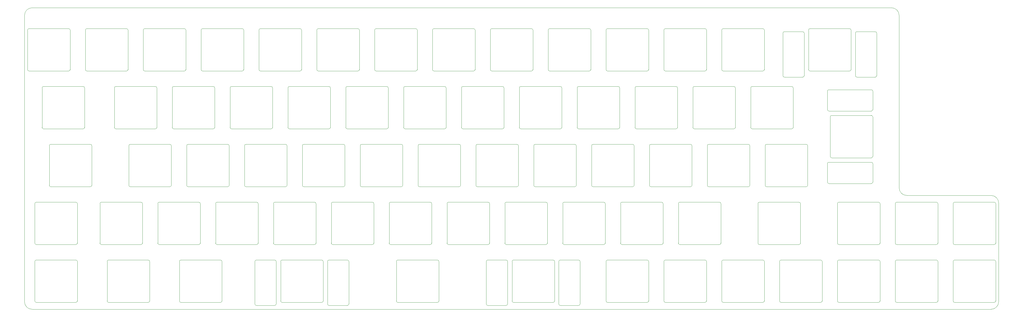
<source format=gbr>
G04 #@! TF.GenerationSoftware,KiCad,Pcbnew,(5.1.9)-1*
G04 #@! TF.CreationDate,2021-05-27T03:06:26+01:00*
G04 #@! TF.ProjectId,EnvKB65-SwitchPlate,456e764b-4236-4352-9d53-776974636850,rev?*
G04 #@! TF.SameCoordinates,Original*
G04 #@! TF.FileFunction,Profile,NP*
%FSLAX46Y46*%
G04 Gerber Fmt 4.6, Leading zero omitted, Abs format (unit mm)*
G04 Created by KiCad (PCBNEW (5.1.9)-1) date 2021-05-27 03:06:26*
%MOMM*%
%LPD*%
G01*
G04 APERTURE LIST*
G04 #@! TA.AperFunction,Profile*
%ADD10C,0.100000*%
G04 #@! TD*
G04 APERTURE END LIST*
D10*
X350025000Y-97650000D02*
G75*
G02*
X352525000Y-100150000I0J-2500000D01*
G01*
X352525000Y-156950000D02*
X352525000Y-100150000D01*
X355025000Y-159450000D02*
G75*
G02*
X352525000Y-156950000I0J2500000D01*
G01*
X382800000Y-159450000D02*
X355025000Y-159450000D01*
X382800000Y-159450000D02*
G75*
G02*
X385300000Y-161950000I0J-2500000D01*
G01*
X384312500Y-181200000D02*
X384312500Y-194200000D01*
X351262500Y-181200000D02*
G75*
G02*
X351762500Y-180700000I500000J0D01*
G01*
X365262500Y-194200000D02*
G75*
G02*
X364762500Y-194700000I-500000J0D01*
G01*
X351762500Y-180700000D02*
X364762500Y-180700000D01*
X332212500Y-181200000D02*
G75*
G02*
X332712500Y-180700000I500000J0D01*
G01*
X346212500Y-194200000D02*
G75*
G02*
X345712500Y-194700000I-500000J0D01*
G01*
X383812500Y-180700000D02*
G75*
G02*
X384312500Y-181200000I0J-500000D01*
G01*
X370312500Y-181200000D02*
G75*
G02*
X370812500Y-180700000I500000J0D01*
G01*
X346212500Y-181200000D02*
X346212500Y-194200000D01*
X351762500Y-194700000D02*
X364762500Y-194700000D01*
X384312500Y-194200000D02*
G75*
G02*
X383812500Y-194700000I-500000J0D01*
G01*
X364762500Y-180700000D02*
G75*
G02*
X365262500Y-181200000I0J-500000D01*
G01*
X365262500Y-181200000D02*
X365262500Y-194200000D01*
X351262500Y-181200000D02*
X351262500Y-194200000D01*
X370812500Y-180700000D02*
X383812500Y-180700000D01*
X370812500Y-194700000D02*
G75*
G02*
X370312500Y-194200000I0J500000D01*
G01*
X370312500Y-181200000D02*
X370312500Y-194200000D01*
X351762500Y-194700000D02*
G75*
G02*
X351262500Y-194200000I0J500000D01*
G01*
X345712500Y-180700000D02*
G75*
G02*
X346212500Y-181200000I0J-500000D01*
G01*
X370812500Y-194700000D02*
X383812500Y-194700000D01*
X332712500Y-194700000D02*
G75*
G02*
X332212500Y-194200000I0J500000D01*
G01*
X105206250Y-180700000D02*
G75*
G02*
X105706250Y-181200000I0J-500000D01*
G01*
X115518750Y-181200000D02*
G75*
G02*
X116018750Y-180700000I500000J0D01*
G01*
X91706250Y-181200000D02*
G75*
G02*
X92206250Y-180700000I500000J0D01*
G01*
X67893750Y-181200000D02*
X67893750Y-194200000D01*
X68393750Y-194700000D02*
X81393750Y-194700000D01*
X67893750Y-181200000D02*
G75*
G02*
X68393750Y-180700000I500000J0D01*
G01*
X105706250Y-194200000D02*
G75*
G02*
X105206250Y-194700000I-500000J0D01*
G01*
X116018750Y-194700000D02*
X129018750Y-194700000D01*
X370312500Y-162150000D02*
G75*
G02*
X370812500Y-161650000I500000J0D01*
G01*
X116018750Y-180700000D02*
X129018750Y-180700000D01*
X81393750Y-180700000D02*
G75*
G02*
X81893750Y-181200000I0J-500000D01*
G01*
X370812500Y-175650000D02*
G75*
G02*
X370312500Y-175150000I0J500000D01*
G01*
X129518750Y-181200000D02*
X129518750Y-194200000D01*
X115518750Y-181200000D02*
X115518750Y-194200000D01*
X92206250Y-194700000D02*
X105206250Y-194700000D01*
X92206250Y-194700000D02*
G75*
G02*
X91706250Y-194200000I0J500000D01*
G01*
X105706250Y-181200000D02*
X105706250Y-194200000D01*
X92206250Y-180700000D02*
X105206250Y-180700000D01*
X81893750Y-194200000D02*
G75*
G02*
X81393750Y-194700000I-500000J0D01*
G01*
X68393750Y-194700000D02*
G75*
G02*
X67893750Y-194200000I0J500000D01*
G01*
X68393750Y-180700000D02*
X81393750Y-180700000D01*
X81893750Y-181200000D02*
X81893750Y-194200000D01*
X384312500Y-162150000D02*
X384312500Y-175150000D01*
X116018750Y-194700000D02*
G75*
G02*
X115518750Y-194200000I0J500000D01*
G01*
X91706250Y-181200000D02*
X91706250Y-194200000D01*
X129018750Y-180700000D02*
G75*
G02*
X129518750Y-181200000I0J-500000D01*
G01*
X384312500Y-175150000D02*
G75*
G02*
X383812500Y-175650000I-500000J0D01*
G01*
X383812500Y-161650000D02*
G75*
G02*
X384312500Y-162150000I0J-500000D01*
G01*
X260775000Y-162150000D02*
G75*
G02*
X261275000Y-161650000I500000J0D01*
G01*
X293325000Y-161650000D02*
G75*
G02*
X293825000Y-162150000I0J-500000D01*
G01*
X274775000Y-162150000D02*
X274775000Y-175150000D01*
X332712500Y-175650000D02*
G75*
G02*
X332212500Y-175150000I0J500000D01*
G01*
X345712500Y-161650000D02*
G75*
G02*
X346212500Y-162150000I0J-500000D01*
G01*
X306018750Y-162150000D02*
G75*
G02*
X306518750Y-161650000I500000J0D01*
G01*
X280325000Y-175650000D02*
X293325000Y-175650000D01*
X280325000Y-161650000D02*
X293325000Y-161650000D01*
X346212500Y-162150000D02*
X346212500Y-175150000D01*
X217625000Y-162150000D02*
X217625000Y-175150000D01*
X332712500Y-175650000D02*
X345712500Y-175650000D01*
X236675000Y-162150000D02*
X236675000Y-175150000D01*
X320018750Y-162150000D02*
X320018750Y-175150000D01*
X279825000Y-162150000D02*
X279825000Y-175150000D01*
X274275000Y-161650000D02*
G75*
G02*
X274775000Y-162150000I0J-500000D01*
G01*
X217125000Y-161650000D02*
G75*
G02*
X217625000Y-162150000I0J-500000D01*
G01*
X293825000Y-175150000D02*
G75*
G02*
X293325000Y-175650000I-500000J0D01*
G01*
X241725000Y-162150000D02*
G75*
G02*
X242225000Y-161650000I500000J0D01*
G01*
X203625000Y-162150000D02*
G75*
G02*
X204125000Y-161650000I500000J0D01*
G01*
X255725000Y-162150000D02*
X255725000Y-175150000D01*
X223175000Y-175650000D02*
G75*
G02*
X222675000Y-175150000I0J500000D01*
G01*
X351762500Y-175650000D02*
X364762500Y-175650000D01*
X261275000Y-161650000D02*
X274275000Y-161650000D01*
X217625000Y-175150000D02*
G75*
G02*
X217125000Y-175650000I-500000J0D01*
G01*
X365262500Y-162150000D02*
X365262500Y-175150000D01*
X306018750Y-162150000D02*
X306018750Y-175150000D01*
X351262500Y-162150000D02*
X351262500Y-175150000D01*
X255225000Y-161650000D02*
G75*
G02*
X255725000Y-162150000I0J-500000D01*
G01*
X293825000Y-162150000D02*
X293825000Y-175150000D01*
X274775000Y-175150000D02*
G75*
G02*
X274275000Y-175650000I-500000J0D01*
G01*
X260775000Y-162150000D02*
X260775000Y-175150000D01*
X255725000Y-175150000D02*
G75*
G02*
X255225000Y-175650000I-500000J0D01*
G01*
X241725000Y-162150000D02*
X241725000Y-175150000D01*
X261275000Y-175650000D02*
X274275000Y-175650000D01*
X320018750Y-175150000D02*
G75*
G02*
X319518750Y-175650000I-500000J0D01*
G01*
X204125000Y-175650000D02*
G75*
G02*
X203625000Y-175150000I0J500000D01*
G01*
X242225000Y-175650000D02*
G75*
G02*
X241725000Y-175150000I0J500000D01*
G01*
X370312500Y-162150000D02*
X370312500Y-175150000D01*
X370812500Y-175650000D02*
X383812500Y-175650000D01*
X370812500Y-161650000D02*
X383812500Y-161650000D01*
X365262500Y-175150000D02*
G75*
G02*
X364762500Y-175650000I-500000J0D01*
G01*
X351762500Y-175650000D02*
G75*
G02*
X351262500Y-175150000I0J500000D01*
G01*
X306518750Y-175650000D02*
G75*
G02*
X306018750Y-175150000I0J500000D01*
G01*
X332212500Y-162150000D02*
X332212500Y-175150000D01*
X279825000Y-162150000D02*
G75*
G02*
X280325000Y-161650000I500000J0D01*
G01*
X364762500Y-161650000D02*
G75*
G02*
X365262500Y-162150000I0J-500000D01*
G01*
X242225000Y-175650000D02*
X255225000Y-175650000D01*
X261275000Y-175650000D02*
G75*
G02*
X260775000Y-175150000I0J500000D01*
G01*
X222675000Y-162150000D02*
X222675000Y-175150000D01*
X351262500Y-162150000D02*
G75*
G02*
X351762500Y-161650000I500000J0D01*
G01*
X242225000Y-161650000D02*
X255225000Y-161650000D01*
X280325000Y-175650000D02*
G75*
G02*
X279825000Y-175150000I0J500000D01*
G01*
X223175000Y-161650000D02*
X236175000Y-161650000D01*
X351762500Y-161650000D02*
X364762500Y-161650000D01*
X332712500Y-161650000D02*
X345712500Y-161650000D01*
X319518750Y-161650000D02*
G75*
G02*
X320018750Y-162150000I0J-500000D01*
G01*
X222675000Y-162150000D02*
G75*
G02*
X223175000Y-161650000I500000J0D01*
G01*
X306518750Y-161650000D02*
X319518750Y-161650000D01*
X223175000Y-175650000D02*
X236175000Y-175650000D01*
X236675000Y-175150000D02*
G75*
G02*
X236175000Y-175650000I-500000J0D01*
G01*
X346212500Y-175150000D02*
G75*
G02*
X345712500Y-175650000I-500000J0D01*
G01*
X332212500Y-162150000D02*
G75*
G02*
X332712500Y-161650000I500000J0D01*
G01*
X306518750Y-175650000D02*
X319518750Y-175650000D01*
X236175000Y-161650000D02*
G75*
G02*
X236675000Y-162150000I0J-500000D01*
G01*
X108087500Y-124050000D02*
X108087500Y-137050000D01*
X94087500Y-124050000D02*
X94087500Y-137050000D01*
X70275000Y-124050000D02*
X70275000Y-137050000D01*
X70775000Y-123550000D02*
X83775000Y-123550000D01*
X84275000Y-137050000D02*
G75*
G02*
X83775000Y-137550000I-500000J0D01*
G01*
X70775000Y-137550000D02*
G75*
G02*
X70275000Y-137050000I0J500000D01*
G01*
X83775000Y-123550000D02*
G75*
G02*
X84275000Y-124050000I0J-500000D01*
G01*
X70275000Y-124050000D02*
G75*
G02*
X70775000Y-123550000I500000J0D01*
G01*
X321249500Y-120000000D02*
G75*
G02*
X320749500Y-120500000I-500000J0D01*
G01*
X314749500Y-120500000D02*
X320749500Y-120500000D01*
X314749500Y-105500000D02*
X320749500Y-105500000D01*
X314249500Y-106000000D02*
G75*
G02*
X314749500Y-105500000I500000J0D01*
G01*
X94587500Y-123550000D02*
X107587500Y-123550000D01*
X84275000Y-124050000D02*
X84275000Y-137050000D01*
X314249500Y-106000000D02*
X314249500Y-120000000D01*
X321249500Y-106000000D02*
X321249500Y-120000000D01*
X94587500Y-137550000D02*
G75*
G02*
X94087500Y-137050000I0J500000D01*
G01*
X320749500Y-105500000D02*
G75*
G02*
X321249500Y-106000000I0J-500000D01*
G01*
X70775000Y-137550000D02*
X83775000Y-137550000D01*
X94587500Y-137550000D02*
X107587500Y-137550000D01*
X107587500Y-123550000D02*
G75*
G02*
X108087500Y-124050000I0J-500000D01*
G01*
X314749500Y-120500000D02*
G75*
G02*
X314249500Y-120000000I0J500000D01*
G01*
X94087500Y-124050000D02*
G75*
G02*
X94587500Y-123550000I500000J0D01*
G01*
X122662500Y-105000000D02*
X122662500Y-117999999D01*
X117612500Y-117999999D02*
G75*
G02*
X117112500Y-118499999I-500000J0D01*
G01*
X104112500Y-104500000D02*
X117112500Y-104500000D01*
X66012500Y-118499999D02*
G75*
G02*
X65512500Y-117999999I0J500000D01*
G01*
X117612500Y-105000000D02*
X117612500Y-117999999D01*
X136662500Y-105000000D02*
X136662500Y-117999999D01*
X104112500Y-118499999D02*
G75*
G02*
X103612500Y-117999999I0J500000D01*
G01*
X84562500Y-105000000D02*
X84562500Y-117999999D01*
X117112500Y-104500000D02*
G75*
G02*
X117612500Y-105000000I0J-500000D01*
G01*
X84562500Y-105000000D02*
G75*
G02*
X85062500Y-104500000I500000J0D01*
G01*
X85062500Y-118499999D02*
X98062500Y-118499999D01*
X79012499Y-104500000D02*
G75*
G02*
X79512499Y-105000000I0J-500000D01*
G01*
X79512499Y-117999999D02*
G75*
G02*
X79012499Y-118499999I-500000J0D01*
G01*
X123162500Y-118499999D02*
X136162500Y-118499999D01*
X123162500Y-104500000D02*
X136162500Y-104500000D01*
X98562500Y-117999999D02*
G75*
G02*
X98062500Y-118499999I-500000J0D01*
G01*
X103612500Y-105000000D02*
G75*
G02*
X104112500Y-104500000I500000J0D01*
G01*
X104112500Y-118499999D02*
X117112500Y-118499999D01*
X85062500Y-118499999D02*
G75*
G02*
X84562500Y-117999999I0J500000D01*
G01*
X85062500Y-104500000D02*
X98062500Y-104500000D01*
X103612500Y-105000000D02*
X103612500Y-117999999D01*
X98062500Y-104500000D02*
G75*
G02*
X98562500Y-105000000I0J-500000D01*
G01*
X98562500Y-105000000D02*
X98562500Y-117999999D01*
X164794250Y-195700000D02*
G75*
G02*
X164294250Y-195200000I0J500000D01*
G01*
X164294250Y-181200000D02*
G75*
G02*
X164794250Y-180700000I500000J0D01*
G01*
X162356250Y-180700000D02*
G75*
G02*
X162856250Y-181200000I0J-500000D01*
G01*
X164794250Y-180700000D02*
X170794250Y-180700000D01*
X149356250Y-194700000D02*
X162356250Y-194700000D01*
X149356250Y-180700000D02*
X162356250Y-180700000D01*
X170794250Y-180700000D02*
G75*
G02*
X171294250Y-181200000I0J-500000D01*
G01*
X140868250Y-180700000D02*
X146868250Y-180700000D01*
X148856250Y-181200000D02*
X148856250Y-194200000D01*
X171294250Y-195200000D02*
G75*
G02*
X170794250Y-195700000I-500000J0D01*
G01*
X149356250Y-194700000D02*
G75*
G02*
X148856250Y-194200000I0J500000D01*
G01*
X148856250Y-181200000D02*
G75*
G02*
X149356250Y-180700000I500000J0D01*
G01*
X162856250Y-181200000D02*
X162856250Y-194200000D01*
X164794250Y-195700000D02*
X170794250Y-195700000D01*
X186956250Y-181200000D02*
X186956250Y-194200000D01*
X187456250Y-180700000D02*
X200456250Y-180700000D01*
X187456250Y-194700000D02*
X200456250Y-194700000D01*
X147368250Y-195200000D02*
G75*
G02*
X146868250Y-195700000I-500000J0D01*
G01*
X147368250Y-181200000D02*
X147368250Y-195200000D01*
X140868250Y-195700000D02*
X146868250Y-195700000D01*
X171294250Y-181200000D02*
X171294250Y-195200000D01*
X146868250Y-180700000D02*
G75*
G02*
X147368250Y-181200000I0J-500000D01*
G01*
X162856250Y-194200000D02*
G75*
G02*
X162356250Y-194700000I-500000J0D01*
G01*
X140368250Y-181200000D02*
X140368250Y-195200000D01*
X140868250Y-195700000D02*
G75*
G02*
X140368250Y-195200000I0J500000D01*
G01*
X140368250Y-181200000D02*
G75*
G02*
X140868250Y-180700000I500000J0D01*
G01*
X164294250Y-181200000D02*
X164294250Y-195200000D01*
X129518750Y-194200000D02*
G75*
G02*
X129018750Y-194700000I-500000J0D01*
G01*
X327162500Y-181200000D02*
X327162500Y-194200000D01*
X313662500Y-180700000D02*
X326662500Y-180700000D01*
X247444250Y-195200000D02*
G75*
G02*
X246944250Y-195700000I-500000J0D01*
G01*
X225056250Y-181200000D02*
G75*
G02*
X225556250Y-180700000I500000J0D01*
G01*
X223568250Y-195200000D02*
G75*
G02*
X223068250Y-195700000I-500000J0D01*
G01*
X294112500Y-181200000D02*
G75*
G02*
X294612500Y-180700000I500000J0D01*
G01*
X216568250Y-181200000D02*
X216568250Y-195200000D01*
X247444250Y-181200000D02*
X247444250Y-195200000D01*
X308112500Y-181200000D02*
X308112500Y-194200000D01*
X275562500Y-180700000D02*
X288562500Y-180700000D01*
X294612500Y-194700000D02*
X307612500Y-194700000D01*
X294612500Y-180700000D02*
X307612500Y-180700000D01*
X288562500Y-180700000D02*
G75*
G02*
X289062500Y-181200000I0J-500000D01*
G01*
X289062500Y-181200000D02*
X289062500Y-194200000D01*
X269512500Y-180700000D02*
G75*
G02*
X270012500Y-181200000I0J-500000D01*
G01*
X256012500Y-181200000D02*
G75*
G02*
X256512500Y-180700000I500000J0D01*
G01*
X270012500Y-181200000D02*
X270012500Y-194200000D01*
X256512500Y-194700000D02*
X269512500Y-194700000D01*
X240944250Y-180700000D02*
X246944250Y-180700000D01*
X200456250Y-180700000D02*
G75*
G02*
X200956250Y-181200000I0J-500000D01*
G01*
X186956250Y-181200000D02*
G75*
G02*
X187456250Y-180700000I500000J0D01*
G01*
X256512500Y-180700000D02*
X269512500Y-180700000D01*
X223068250Y-180700000D02*
G75*
G02*
X223568250Y-181200000I0J-500000D01*
G01*
X216568250Y-181200000D02*
G75*
G02*
X217068250Y-180700000I500000J0D01*
G01*
X217068250Y-180700000D02*
X223068250Y-180700000D01*
X223568250Y-181200000D02*
X223568250Y-195200000D01*
X217068250Y-195700000D02*
X223068250Y-195700000D01*
X187456250Y-194700000D02*
G75*
G02*
X186956250Y-194200000I0J500000D01*
G01*
X240444250Y-181200000D02*
G75*
G02*
X240944250Y-180700000I500000J0D01*
G01*
X240944250Y-195700000D02*
G75*
G02*
X240444250Y-195200000I0J500000D01*
G01*
X256012500Y-181200000D02*
X256012500Y-194200000D01*
X225556250Y-180700000D02*
X238556250Y-180700000D01*
X200956250Y-181200000D02*
X200956250Y-194200000D01*
X217068250Y-195700000D02*
G75*
G02*
X216568250Y-195200000I0J500000D01*
G01*
X240944250Y-195700000D02*
X246944250Y-195700000D01*
X270012500Y-194200000D02*
G75*
G02*
X269512500Y-194700000I-500000J0D01*
G01*
X200956250Y-194200000D02*
G75*
G02*
X200456250Y-194700000I-500000J0D01*
G01*
X332212500Y-181200000D02*
X332212500Y-194200000D01*
X332712500Y-194700000D02*
X345712500Y-194700000D01*
X225056250Y-181200000D02*
X225056250Y-194200000D01*
X332712500Y-180700000D02*
X345712500Y-180700000D01*
X327162500Y-194200000D02*
G75*
G02*
X326662500Y-194700000I-500000J0D01*
G01*
X313662500Y-194700000D02*
G75*
G02*
X313162500Y-194200000I0J500000D01*
G01*
X240444250Y-181200000D02*
X240444250Y-195200000D01*
X326662500Y-180700000D02*
G75*
G02*
X327162500Y-181200000I0J-500000D01*
G01*
X313162500Y-181200000D02*
X313162500Y-194200000D01*
X308112500Y-194200000D02*
G75*
G02*
X307612500Y-194700000I-500000J0D01*
G01*
X239056250Y-181200000D02*
X239056250Y-194200000D01*
X294612500Y-194700000D02*
G75*
G02*
X294112500Y-194200000I0J500000D01*
G01*
X307612500Y-180700000D02*
G75*
G02*
X308112500Y-181200000I0J-500000D01*
G01*
X289062500Y-194200000D02*
G75*
G02*
X288562500Y-194700000I-500000J0D01*
G01*
X275062500Y-181200000D02*
X275062500Y-194200000D01*
X246944250Y-180700000D02*
G75*
G02*
X247444250Y-181200000I0J-500000D01*
G01*
X294112500Y-181200000D02*
X294112500Y-194200000D01*
X256512500Y-194700000D02*
G75*
G02*
X256012500Y-194200000I0J500000D01*
G01*
X238556250Y-180700000D02*
G75*
G02*
X239056250Y-181200000I0J-500000D01*
G01*
X225556250Y-194700000D02*
X238556250Y-194700000D01*
X313662500Y-194700000D02*
X326662500Y-194700000D01*
X225556250Y-194700000D02*
G75*
G02*
X225056250Y-194200000I0J500000D01*
G01*
X275562500Y-194700000D02*
X288562500Y-194700000D01*
X239056250Y-194200000D02*
G75*
G02*
X238556250Y-194700000I-500000J0D01*
G01*
X313162500Y-181200000D02*
G75*
G02*
X313662500Y-180700000I500000J0D01*
G01*
X275562500Y-194700000D02*
G75*
G02*
X275062500Y-194200000I0J500000D01*
G01*
X275062500Y-181200000D02*
G75*
G02*
X275562500Y-180700000I500000J0D01*
G01*
X208887500Y-123550000D02*
X221887500Y-123550000D01*
X203337500Y-137050000D02*
G75*
G02*
X202837500Y-137550000I-500000J0D01*
G01*
X151237500Y-124050000D02*
G75*
G02*
X151737500Y-123550000I500000J0D01*
G01*
X113637500Y-137550000D02*
G75*
G02*
X113137500Y-137050000I0J500000D01*
G01*
X189337500Y-124050000D02*
X189337500Y-137050000D01*
X184287500Y-124050000D02*
X184287500Y-137050000D01*
X189837500Y-137550000D02*
G75*
G02*
X189337500Y-137050000I0J500000D01*
G01*
X202837500Y-123550000D02*
G75*
G02*
X203337500Y-124050000I0J-500000D01*
G01*
X113137500Y-124050000D02*
G75*
G02*
X113637500Y-123550000I500000J0D01*
G01*
X189337500Y-124050000D02*
G75*
G02*
X189837500Y-123550000I500000J0D01*
G01*
X132687500Y-123550000D02*
X145687500Y-123550000D01*
X203337500Y-124050000D02*
X203337500Y-137050000D01*
X189837500Y-137550000D02*
X202837500Y-137550000D01*
X170787500Y-123550000D02*
X183787500Y-123550000D01*
X145687500Y-123550000D02*
G75*
G02*
X146187500Y-124050000I0J-500000D01*
G01*
X132187500Y-124050000D02*
G75*
G02*
X132687500Y-123550000I500000J0D01*
G01*
X113637500Y-123550000D02*
X126637500Y-123550000D01*
X189837500Y-123550000D02*
X202837500Y-123550000D01*
X170787500Y-137550000D02*
G75*
G02*
X170287500Y-137050000I0J500000D01*
G01*
X170287500Y-124050000D02*
G75*
G02*
X170787500Y-123550000I500000J0D01*
G01*
X132687500Y-137550000D02*
G75*
G02*
X132187500Y-137050000I0J500000D01*
G01*
X127137500Y-137050000D02*
G75*
G02*
X126637500Y-137550000I-500000J0D01*
G01*
X151737500Y-123550000D02*
X164737500Y-123550000D01*
X146187500Y-124050000D02*
X146187500Y-137050000D01*
X170787500Y-137550000D02*
X183787500Y-137550000D01*
X108087500Y-137050000D02*
G75*
G02*
X107587500Y-137550000I-500000J0D01*
G01*
X146187500Y-137050000D02*
G75*
G02*
X145687500Y-137550000I-500000J0D01*
G01*
X208387500Y-124050000D02*
G75*
G02*
X208887500Y-123550000I500000J0D01*
G01*
X151237500Y-124050000D02*
X151237500Y-137050000D01*
X222387500Y-124050000D02*
X222387500Y-137050000D01*
X184287500Y-137050000D02*
G75*
G02*
X183787500Y-137550000I-500000J0D01*
G01*
X170287500Y-124050000D02*
X170287500Y-137050000D01*
X165237500Y-124050000D02*
X165237500Y-137050000D01*
X132187500Y-124050000D02*
X132187500Y-137050000D01*
X127137500Y-124050000D02*
X127137500Y-137050000D01*
X183787500Y-123550000D02*
G75*
G02*
X184287500Y-124050000I0J-500000D01*
G01*
X164737500Y-123550000D02*
G75*
G02*
X165237500Y-124050000I0J-500000D01*
G01*
X113637500Y-137550000D02*
X126637500Y-137550000D01*
X132687500Y-137550000D02*
X145687500Y-137550000D01*
X151737500Y-137550000D02*
X164737500Y-137550000D01*
X126637500Y-123550000D02*
G75*
G02*
X127137500Y-124050000I0J-500000D01*
G01*
X151737500Y-137550000D02*
G75*
G02*
X151237500Y-137050000I0J500000D01*
G01*
X113137500Y-124050000D02*
X113137500Y-137050000D01*
X165237500Y-137050000D02*
G75*
G02*
X164737500Y-137550000I-500000J0D01*
G01*
X208387500Y-124050000D02*
X208387500Y-137050000D01*
X208887500Y-137550000D02*
X221887500Y-137550000D01*
X79512499Y-105000000D02*
X79512499Y-117999999D01*
X66012500Y-104500000D02*
X79012499Y-104500000D01*
X65512500Y-105000000D02*
G75*
G02*
X66012500Y-104500000I500000J0D01*
G01*
X65512500Y-105000000D02*
X65512500Y-117999999D01*
X66012500Y-118499999D02*
X79012499Y-118499999D01*
X343381250Y-155513000D02*
X329381250Y-155513000D01*
X99350000Y-156600000D02*
G75*
G02*
X98850000Y-156100000I0J500000D01*
G01*
X72656250Y-143100000D02*
X72656250Y-156100000D01*
X86656250Y-143100000D02*
X86656250Y-156100000D01*
X343331250Y-133075000D02*
G75*
G02*
X343831250Y-133575000I0J-500000D01*
G01*
X343331250Y-147075000D02*
X330331250Y-147075000D01*
X328881250Y-125137000D02*
G75*
G02*
X329381250Y-124637000I500000J0D01*
G01*
X137450000Y-142600000D02*
X150450000Y-142600000D01*
X131900000Y-156100000D02*
G75*
G02*
X131400000Y-156600000I-500000J0D01*
G01*
X118400000Y-156600000D02*
X131400000Y-156600000D01*
X328881250Y-125137000D02*
X328881250Y-131137000D01*
X98850000Y-143100000D02*
G75*
G02*
X99350000Y-142600000I500000J0D01*
G01*
X118400000Y-142600000D02*
X131400000Y-142600000D01*
X86156250Y-142600000D02*
G75*
G02*
X86656250Y-143100000I0J-500000D01*
G01*
X72656250Y-143100000D02*
G75*
G02*
X73156250Y-142600000I500000J0D01*
G01*
X343881250Y-131137000D02*
G75*
G02*
X343381250Y-131637000I-500000J0D01*
G01*
X328881250Y-149013000D02*
G75*
G02*
X329381250Y-148513000I500000J0D01*
G01*
X343881250Y-149013000D02*
X343881250Y-155013000D01*
X343881250Y-155013000D02*
G75*
G02*
X343381250Y-155513000I-500000J0D01*
G01*
X343381250Y-148513000D02*
G75*
G02*
X343881250Y-149013000I0J-500000D01*
G01*
X343831250Y-146575000D02*
G75*
G02*
X343331250Y-147075000I-500000J0D01*
G01*
X112850000Y-143100000D02*
X112850000Y-156100000D01*
X98850000Y-143100000D02*
X98850000Y-156100000D01*
X329831250Y-133575000D02*
G75*
G02*
X330331250Y-133075000I500000J0D01*
G01*
X86656250Y-156100000D02*
G75*
G02*
X86156250Y-156600000I-500000J0D01*
G01*
X330331250Y-147075000D02*
G75*
G02*
X329831250Y-146575000I0J500000D01*
G01*
X73156250Y-156600000D02*
G75*
G02*
X72656250Y-156100000I0J500000D01*
G01*
X118400000Y-156600000D02*
G75*
G02*
X117900000Y-156100000I0J500000D01*
G01*
X131400000Y-142600000D02*
G75*
G02*
X131900000Y-143100000I0J-500000D01*
G01*
X112850000Y-156100000D02*
G75*
G02*
X112350000Y-156600000I-500000J0D01*
G01*
X329381250Y-155513000D02*
G75*
G02*
X328881250Y-155013000I0J500000D01*
G01*
X131900000Y-143100000D02*
X131900000Y-156100000D01*
X117900000Y-143100000D02*
G75*
G02*
X118400000Y-142600000I500000J0D01*
G01*
X99350000Y-142600000D02*
X112350000Y-142600000D01*
X73156250Y-156600000D02*
X86156250Y-156600000D01*
X73156250Y-142600000D02*
X86156250Y-142600000D01*
X343381250Y-124637000D02*
X329381250Y-124637000D01*
X328881250Y-149013000D02*
X328881250Y-155013000D01*
X117900000Y-143100000D02*
X117900000Y-156100000D01*
X343881250Y-125137000D02*
X343881250Y-131137000D01*
X112350000Y-142600000D02*
G75*
G02*
X112850000Y-143100000I0J-500000D01*
G01*
X343381250Y-124637000D02*
G75*
G02*
X343881250Y-125137000I0J-500000D01*
G01*
X99350000Y-156600000D02*
X112350000Y-156600000D01*
X329381250Y-131637000D02*
G75*
G02*
X328881250Y-131137000I0J500000D01*
G01*
X343381250Y-131637000D02*
X329381250Y-131637000D01*
X343381250Y-148513000D02*
X329381250Y-148513000D01*
X308112500Y-105000000D02*
X308112500Y-117999999D01*
X322687500Y-105000000D02*
X322687500Y-117999999D01*
X322687500Y-105000000D02*
G75*
G02*
X323187500Y-104500000I500000J0D01*
G01*
X336687500Y-117999999D02*
G75*
G02*
X336187500Y-118499999I-500000J0D01*
G01*
X323187500Y-118499999D02*
G75*
G02*
X322687500Y-117999999I0J500000D01*
G01*
X308112500Y-117999999D02*
G75*
G02*
X307612500Y-118499999I-500000J0D01*
G01*
X294112500Y-105000000D02*
G75*
G02*
X294612500Y-104500000I500000J0D01*
G01*
X294112500Y-105000000D02*
X294112500Y-117999999D01*
X294612500Y-118499999D02*
X307612500Y-118499999D01*
X345125500Y-120000000D02*
G75*
G02*
X344625500Y-120500000I-500000J0D01*
G01*
X323187500Y-104500000D02*
X336187500Y-104500000D01*
X338625500Y-105500000D02*
X344625500Y-105500000D01*
X338625500Y-120500000D02*
G75*
G02*
X338125500Y-120000000I0J500000D01*
G01*
X344625500Y-105500000D02*
G75*
G02*
X345125500Y-106000000I0J-500000D01*
G01*
X338125500Y-106000000D02*
G75*
G02*
X338625500Y-105500000I500000J0D01*
G01*
X336687500Y-105000000D02*
X336687500Y-117999999D01*
X294612500Y-118499999D02*
G75*
G02*
X294112500Y-117999999I0J500000D01*
G01*
X336187500Y-104500000D02*
G75*
G02*
X336687500Y-105000000I0J-500000D01*
G01*
X345125500Y-106000000D02*
X345125500Y-120000000D01*
X323187500Y-118499999D02*
X336187500Y-118499999D01*
X307612500Y-104500000D02*
G75*
G02*
X308112500Y-105000000I0J-500000D01*
G01*
X338125500Y-106000000D02*
X338125500Y-120000000D01*
X338625500Y-120500000D02*
X344625500Y-120500000D01*
X289062500Y-117999999D02*
G75*
G02*
X288562500Y-118499999I-500000J0D01*
G01*
X288562500Y-104500000D02*
G75*
G02*
X289062500Y-105000000I0J-500000D01*
G01*
X275062500Y-105000000D02*
X275062500Y-117999999D01*
X256512500Y-118499999D02*
G75*
G02*
X256012500Y-117999999I0J500000D01*
G01*
X269512500Y-104500000D02*
G75*
G02*
X270012500Y-105000000I0J-500000D01*
G01*
X237462500Y-118499999D02*
G75*
G02*
X236962500Y-117999999I0J500000D01*
G01*
X236962500Y-105000000D02*
X236962500Y-117999999D01*
X275562500Y-118499999D02*
G75*
G02*
X275062500Y-117999999I0J500000D01*
G01*
X275062500Y-105000000D02*
G75*
G02*
X275562500Y-104500000I500000J0D01*
G01*
X289062500Y-105000000D02*
X289062500Y-117999999D01*
X250962500Y-117999999D02*
G75*
G02*
X250462500Y-118499999I-500000J0D01*
G01*
X250962500Y-105000000D02*
X250962500Y-117999999D01*
X275562500Y-118499999D02*
X288562500Y-118499999D01*
X256512500Y-118499999D02*
X269512500Y-118499999D01*
X275562500Y-104500000D02*
X288562500Y-104500000D01*
X256012500Y-105000000D02*
G75*
G02*
X256512500Y-104500000I500000J0D01*
G01*
X270012500Y-105000000D02*
X270012500Y-117999999D01*
X250462500Y-104500000D02*
G75*
G02*
X250962500Y-105000000I0J-500000D01*
G01*
X236962500Y-105000000D02*
G75*
G02*
X237462500Y-104500000I500000J0D01*
G01*
X256512500Y-104500000D02*
X269512500Y-104500000D01*
X256012500Y-105000000D02*
X256012500Y-117999999D01*
X270012500Y-117999999D02*
G75*
G02*
X269512500Y-118499999I-500000J0D01*
G01*
X294612500Y-104500000D02*
X307612500Y-104500000D01*
X193312499Y-104500000D02*
G75*
G02*
X193812499Y-105000000I0J-500000D01*
G01*
X198862500Y-105000000D02*
X198862500Y-117999999D01*
X218412500Y-118499999D02*
G75*
G02*
X217912500Y-117999999I0J500000D01*
G01*
X237462500Y-118499999D02*
X250462500Y-118499999D01*
X193812499Y-117999999D02*
G75*
G02*
X193312499Y-118499999I-500000J0D01*
G01*
X218412500Y-104500000D02*
X231412500Y-104500000D01*
X237462500Y-104500000D02*
X250462500Y-104500000D01*
X231912500Y-117999999D02*
G75*
G02*
X231412500Y-118499999I-500000J0D01*
G01*
X217912500Y-105000000D02*
G75*
G02*
X218412500Y-104500000I500000J0D01*
G01*
X199362500Y-118499999D02*
X212362500Y-118499999D01*
X212862500Y-117999999D02*
G75*
G02*
X212362500Y-118499999I-500000J0D01*
G01*
X179812500Y-105000000D02*
G75*
G02*
X180312500Y-104500000I500000J0D01*
G01*
X193812499Y-105000000D02*
X193812499Y-117999999D01*
X231412500Y-104500000D02*
G75*
G02*
X231912500Y-105000000I0J-500000D01*
G01*
X231912500Y-105000000D02*
X231912500Y-117999999D01*
X217912500Y-105000000D02*
X217912500Y-117999999D01*
X199362500Y-104500000D02*
X212362500Y-104500000D01*
X218412500Y-118499999D02*
X231412500Y-118499999D01*
X199362500Y-118499999D02*
G75*
G02*
X198862500Y-117999999I0J500000D01*
G01*
X212362500Y-104500000D02*
G75*
G02*
X212862500Y-105000000I0J-500000D01*
G01*
X198862500Y-105000000D02*
G75*
G02*
X199362500Y-104500000I500000J0D01*
G01*
X212862500Y-105000000D02*
X212862500Y-117999999D01*
X180312500Y-118499999D02*
G75*
G02*
X179812500Y-117999999I0J500000D01*
G01*
X142212500Y-118499999D02*
X155212500Y-118499999D01*
X179812500Y-105000000D02*
X179812500Y-117999999D01*
X174262500Y-104500000D02*
G75*
G02*
X174762500Y-105000000I0J-500000D01*
G01*
X160762500Y-105000000D02*
G75*
G02*
X161262500Y-104500000I500000J0D01*
G01*
X141712500Y-105000000D02*
G75*
G02*
X142212500Y-104500000I500000J0D01*
G01*
X136662500Y-117999999D02*
G75*
G02*
X136162500Y-118499999I-500000J0D01*
G01*
X180312500Y-118499999D02*
X193312499Y-118499999D01*
X180312500Y-104500000D02*
X193312499Y-104500000D01*
X161262500Y-118499999D02*
G75*
G02*
X160762500Y-117999999I0J500000D01*
G01*
X122662500Y-105000000D02*
G75*
G02*
X123162500Y-104500000I500000J0D01*
G01*
X155712500Y-105000000D02*
X155712500Y-117999999D01*
X174762500Y-117999999D02*
G75*
G02*
X174262500Y-118499999I-500000J0D01*
G01*
X174762500Y-105000000D02*
X174762500Y-117999999D01*
X160762500Y-105000000D02*
X160762500Y-117999999D01*
X155712500Y-117999999D02*
G75*
G02*
X155212500Y-118499999I-500000J0D01*
G01*
X136162500Y-104500000D02*
G75*
G02*
X136662500Y-105000000I0J-500000D01*
G01*
X142212500Y-118499999D02*
G75*
G02*
X141712500Y-117999999I0J500000D01*
G01*
X161262500Y-118499999D02*
X174262500Y-118499999D01*
X142212500Y-104500000D02*
X155212500Y-104500000D01*
X161262500Y-104500000D02*
X174262500Y-104500000D01*
X123162500Y-118499999D02*
G75*
G02*
X122662500Y-117999999I0J500000D01*
G01*
X141712500Y-105000000D02*
X141712500Y-117999999D01*
X155212500Y-104500000D02*
G75*
G02*
X155712500Y-105000000I0J-500000D01*
G01*
X204125000Y-175650000D02*
X217125000Y-175650000D01*
X185075000Y-175650000D02*
G75*
G02*
X184575000Y-175150000I0J500000D01*
G01*
X146475000Y-162150000D02*
G75*
G02*
X146975000Y-161650000I500000J0D01*
G01*
X185075000Y-175650000D02*
X198075000Y-175650000D01*
X179525000Y-175150000D02*
G75*
G02*
X179025000Y-175650000I-500000J0D01*
G01*
X160475000Y-162150000D02*
X160475000Y-175150000D01*
X198075000Y-161650000D02*
G75*
G02*
X198575000Y-162150000I0J-500000D01*
G01*
X184575000Y-162150000D02*
G75*
G02*
X185075000Y-161650000I500000J0D01*
G01*
X146975000Y-175650000D02*
G75*
G02*
X146475000Y-175150000I0J500000D01*
G01*
X198575000Y-162150000D02*
X198575000Y-175150000D01*
X166025000Y-175650000D02*
G75*
G02*
X165525000Y-175150000I0J500000D01*
G01*
X166025000Y-161650000D02*
X179025000Y-161650000D01*
X160475000Y-175150000D02*
G75*
G02*
X159975000Y-175650000I-500000J0D01*
G01*
X198575000Y-175150000D02*
G75*
G02*
X198075000Y-175650000I-500000J0D01*
G01*
X179525000Y-162150000D02*
X179525000Y-175150000D01*
X184575000Y-162150000D02*
X184575000Y-175150000D01*
X146975000Y-161650000D02*
X159975000Y-161650000D01*
X166025000Y-175650000D02*
X179025000Y-175650000D01*
X165525000Y-162150000D02*
G75*
G02*
X166025000Y-161650000I500000J0D01*
G01*
X165525000Y-162150000D02*
X165525000Y-175150000D01*
X141425000Y-175150000D02*
G75*
G02*
X140925000Y-175650000I-500000J0D01*
G01*
X185075000Y-161650000D02*
X198075000Y-161650000D01*
X146475000Y-162150000D02*
X146475000Y-175150000D01*
X159975000Y-161650000D02*
G75*
G02*
X160475000Y-162150000I0J-500000D01*
G01*
X204125000Y-161650000D02*
X217125000Y-161650000D01*
X179025000Y-161650000D02*
G75*
G02*
X179525000Y-162150000I0J-500000D01*
G01*
X146975000Y-175650000D02*
X159975000Y-175650000D01*
X203625000Y-162150000D02*
X203625000Y-175150000D01*
X122375000Y-162150000D02*
X122375000Y-175150000D01*
X265250000Y-143100000D02*
X265250000Y-156100000D01*
X303350000Y-143100000D02*
X303350000Y-156100000D01*
X265250000Y-156100000D02*
G75*
G02*
X264750000Y-156600000I-500000J0D01*
G01*
X108875000Y-161650000D02*
X121875000Y-161650000D01*
X251750000Y-142600000D02*
X264750000Y-142600000D01*
X103325000Y-162150000D02*
X103325000Y-175150000D01*
X89825000Y-161650000D02*
X102825000Y-161650000D01*
X67893750Y-162150000D02*
G75*
G02*
X68393750Y-161650000I500000J0D01*
G01*
X289850000Y-156600000D02*
X302850000Y-156600000D01*
X270300000Y-143100000D02*
G75*
G02*
X270800000Y-142600000I500000J0D01*
G01*
X289850000Y-156600000D02*
G75*
G02*
X289350000Y-156100000I0J500000D01*
G01*
X308400000Y-143100000D02*
G75*
G02*
X308900000Y-142600000I500000J0D01*
G01*
X289350000Y-143100000D02*
X289350000Y-156100000D01*
X81893750Y-162150000D02*
X81893750Y-175150000D01*
X308900000Y-142600000D02*
X321900000Y-142600000D01*
X302850000Y-142600000D02*
G75*
G02*
X303350000Y-143100000I0J-500000D01*
G01*
X270800000Y-142600000D02*
X283800000Y-142600000D01*
X246200000Y-156100000D02*
G75*
G02*
X245700000Y-156600000I-500000J0D01*
G01*
X289350000Y-143100000D02*
G75*
G02*
X289850000Y-142600000I500000J0D01*
G01*
X284300000Y-156100000D02*
G75*
G02*
X283800000Y-156600000I-500000J0D01*
G01*
X270800000Y-156600000D02*
G75*
G02*
X270300000Y-156100000I0J500000D01*
G01*
X251750000Y-156600000D02*
G75*
G02*
X251250000Y-156100000I0J500000D01*
G01*
X303350000Y-156100000D02*
G75*
G02*
X302850000Y-156600000I-500000J0D01*
G01*
X121875000Y-161650000D02*
G75*
G02*
X122375000Y-162150000I0J-500000D01*
G01*
X102825000Y-161650000D02*
G75*
G02*
X103325000Y-162150000I0J-500000D01*
G01*
X89325000Y-162150000D02*
G75*
G02*
X89825000Y-161650000I500000J0D01*
G01*
X284300000Y-143100000D02*
X284300000Y-156100000D01*
X89325000Y-162150000D02*
X89325000Y-175150000D01*
X89825000Y-175650000D02*
X102825000Y-175650000D01*
X321900000Y-142600000D02*
G75*
G02*
X322400000Y-143100000I0J-500000D01*
G01*
X308900000Y-156600000D02*
X321900000Y-156600000D01*
X127925000Y-175650000D02*
G75*
G02*
X127425000Y-175150000I0J500000D01*
G01*
X103325000Y-175150000D02*
G75*
G02*
X102825000Y-175650000I-500000J0D01*
G01*
X289850000Y-142600000D02*
X302850000Y-142600000D01*
X322400000Y-156100000D02*
G75*
G02*
X321900000Y-156600000I-500000J0D01*
G01*
X270300000Y-143100000D02*
X270300000Y-156100000D01*
X140925000Y-161650000D02*
G75*
G02*
X141425000Y-162150000I0J-500000D01*
G01*
X68393750Y-175650000D02*
G75*
G02*
X67893750Y-175150000I0J500000D01*
G01*
X251250000Y-143100000D02*
G75*
G02*
X251750000Y-142600000I500000J0D01*
G01*
X264750000Y-142600000D02*
G75*
G02*
X265250000Y-143100000I0J-500000D01*
G01*
X251750000Y-156600000D02*
X264750000Y-156600000D01*
X127425000Y-162150000D02*
G75*
G02*
X127925000Y-161650000I500000J0D01*
G01*
X141425000Y-162150000D02*
X141425000Y-175150000D01*
X81893750Y-175150000D02*
G75*
G02*
X81393750Y-175650000I-500000J0D01*
G01*
X68393750Y-175650000D02*
X81393750Y-175650000D01*
X122375000Y-175150000D02*
G75*
G02*
X121875000Y-175650000I-500000J0D01*
G01*
X108375000Y-162150000D02*
X108375000Y-175150000D01*
X67893750Y-162150000D02*
X67893750Y-175150000D01*
X322400000Y-143100000D02*
X322400000Y-156100000D01*
X270800000Y-156600000D02*
X283800000Y-156600000D01*
X308400000Y-143100000D02*
X308400000Y-156100000D01*
X127425000Y-162150000D02*
X127425000Y-175150000D01*
X308900000Y-156600000D02*
G75*
G02*
X308400000Y-156100000I0J500000D01*
G01*
X89825000Y-175650000D02*
G75*
G02*
X89325000Y-175150000I0J500000D01*
G01*
X251250000Y-143100000D02*
X251250000Y-156100000D01*
X68393750Y-161650000D02*
X81393750Y-161650000D01*
X127925000Y-175650000D02*
X140925000Y-175650000D01*
X127925000Y-161650000D02*
X140925000Y-161650000D01*
X108875000Y-175650000D02*
X121875000Y-175650000D01*
X81393750Y-161650000D02*
G75*
G02*
X81893750Y-162150000I0J-500000D01*
G01*
X283800000Y-142600000D02*
G75*
G02*
X284300000Y-143100000I0J-500000D01*
G01*
X108875000Y-175650000D02*
G75*
G02*
X108375000Y-175150000I0J500000D01*
G01*
X108375000Y-162150000D02*
G75*
G02*
X108875000Y-161650000I500000J0D01*
G01*
X221887500Y-123550000D02*
G75*
G02*
X222387500Y-124050000I0J-500000D01*
G01*
X266037500Y-137550000D02*
G75*
G02*
X265537500Y-137050000I0J500000D01*
G01*
X246987500Y-137550000D02*
X259987500Y-137550000D01*
X246987500Y-123550000D02*
X259987500Y-123550000D01*
X241437500Y-137050000D02*
G75*
G02*
X240937500Y-137550000I-500000J0D01*
G01*
X227937500Y-137550000D02*
X240937500Y-137550000D01*
X279037500Y-123550000D02*
G75*
G02*
X279537500Y-124050000I0J-500000D01*
G01*
X227437500Y-124050000D02*
G75*
G02*
X227937500Y-123550000I500000J0D01*
G01*
X227937500Y-137550000D02*
G75*
G02*
X227437500Y-137050000I0J500000D01*
G01*
X284587500Y-124050000D02*
X284587500Y-137050000D01*
X285087500Y-123550000D02*
X298087500Y-123550000D01*
X265537500Y-124050000D02*
X265537500Y-137050000D01*
X259987500Y-123550000D02*
G75*
G02*
X260487500Y-124050000I0J-500000D01*
G01*
X260487500Y-137050000D02*
G75*
G02*
X259987500Y-137550000I-500000J0D01*
G01*
X241437500Y-124050000D02*
X241437500Y-137050000D01*
X246487500Y-124050000D02*
X246487500Y-137050000D01*
X285087500Y-137550000D02*
X298087500Y-137550000D01*
X343331250Y-133075000D02*
X330331250Y-133075000D01*
X329831250Y-133575000D02*
X329831250Y-146575000D01*
X343831250Y-133575000D02*
X343831250Y-146575000D01*
X260487500Y-124050000D02*
X260487500Y-137050000D01*
X317637500Y-137050000D02*
G75*
G02*
X317137500Y-137550000I-500000J0D01*
G01*
X240937500Y-123550000D02*
G75*
G02*
X241437500Y-124050000I0J-500000D01*
G01*
X279537500Y-137050000D02*
G75*
G02*
X279037500Y-137550000I-500000J0D01*
G01*
X304137500Y-137550000D02*
G75*
G02*
X303637500Y-137050000I0J500000D01*
G01*
X303637500Y-124050000D02*
X303637500Y-137050000D01*
X317137500Y-123550000D02*
G75*
G02*
X317637500Y-124050000I0J-500000D01*
G01*
X303637500Y-124050000D02*
G75*
G02*
X304137500Y-123550000I500000J0D01*
G01*
X298087500Y-123550000D02*
G75*
G02*
X298587500Y-124050000I0J-500000D01*
G01*
X222387500Y-137050000D02*
G75*
G02*
X221887500Y-137550000I-500000J0D01*
G01*
X227937500Y-123550000D02*
X240937500Y-123550000D01*
X317637500Y-124050000D02*
X317637500Y-137050000D01*
X304137500Y-137550000D02*
X317137500Y-137550000D01*
X266037500Y-137550000D02*
X279037500Y-137550000D01*
X304137500Y-123550000D02*
X317137500Y-123550000D01*
X227437500Y-124050000D02*
X227437500Y-137050000D01*
X298587500Y-137050000D02*
G75*
G02*
X298087500Y-137550000I-500000J0D01*
G01*
X285087500Y-137550000D02*
G75*
G02*
X284587500Y-137050000I0J500000D01*
G01*
X284587500Y-124050000D02*
G75*
G02*
X285087500Y-123550000I500000J0D01*
G01*
X279537500Y-124050000D02*
X279537500Y-137050000D01*
X298587500Y-124050000D02*
X298587500Y-137050000D01*
X265537500Y-124050000D02*
G75*
G02*
X266037500Y-123550000I500000J0D01*
G01*
X266037500Y-123550000D02*
X279037500Y-123550000D01*
X208887500Y-137550000D02*
G75*
G02*
X208387500Y-137050000I0J500000D01*
G01*
X246487500Y-124050000D02*
G75*
G02*
X246987500Y-123550000I500000J0D01*
G01*
X246987500Y-137550000D02*
G75*
G02*
X246487500Y-137050000I0J500000D01*
G01*
X150450000Y-142600000D02*
G75*
G02*
X150950000Y-143100000I0J-500000D01*
G01*
X137450000Y-156600000D02*
X150450000Y-156600000D01*
X245700000Y-142600000D02*
G75*
G02*
X246200000Y-143100000I0J-500000D01*
G01*
X232700000Y-156600000D02*
X245700000Y-156600000D01*
X232700000Y-142600000D02*
X245700000Y-142600000D01*
X156500000Y-142600000D02*
X169500000Y-142600000D01*
X213650000Y-142600000D02*
X226650000Y-142600000D01*
X175050000Y-143100000D02*
X175050000Y-156100000D01*
X169500000Y-142600000D02*
G75*
G02*
X170000000Y-143100000I0J-500000D01*
G01*
X150950000Y-156100000D02*
G75*
G02*
X150450000Y-156600000I-500000J0D01*
G01*
X170000000Y-156100000D02*
G75*
G02*
X169500000Y-156600000I-500000J0D01*
G01*
X194600000Y-156600000D02*
G75*
G02*
X194100000Y-156100000I0J500000D01*
G01*
X207600000Y-142600000D02*
G75*
G02*
X208100000Y-143100000I0J-500000D01*
G01*
X194100000Y-143100000D02*
G75*
G02*
X194600000Y-142600000I500000J0D01*
G01*
X175550000Y-156600000D02*
X188550000Y-156600000D01*
X150950000Y-143100000D02*
X150950000Y-156100000D01*
X175550000Y-156600000D02*
G75*
G02*
X175050000Y-156100000I0J500000D01*
G01*
X188550000Y-142600000D02*
G75*
G02*
X189050000Y-143100000I0J-500000D01*
G01*
X137450000Y-156600000D02*
G75*
G02*
X136950000Y-156100000I0J500000D01*
G01*
X232700000Y-156600000D02*
G75*
G02*
X232200000Y-156100000I0J500000D01*
G01*
X194600000Y-156600000D02*
X207600000Y-156600000D01*
X213150000Y-143100000D02*
X213150000Y-156100000D01*
X232200000Y-143100000D02*
X232200000Y-156100000D01*
X232200000Y-143100000D02*
G75*
G02*
X232700000Y-142600000I500000J0D01*
G01*
X213650000Y-156600000D02*
G75*
G02*
X213150000Y-156100000I0J500000D01*
G01*
X227150000Y-143100000D02*
X227150000Y-156100000D01*
X170000000Y-143100000D02*
X170000000Y-156100000D01*
X175050000Y-143100000D02*
G75*
G02*
X175550000Y-142600000I500000J0D01*
G01*
X226650000Y-142600000D02*
G75*
G02*
X227150000Y-143100000I0J-500000D01*
G01*
X194100000Y-143100000D02*
X194100000Y-156100000D01*
X156000000Y-143100000D02*
X156000000Y-156100000D01*
X156500000Y-156600000D02*
G75*
G02*
X156000000Y-156100000I0J500000D01*
G01*
X189050000Y-156100000D02*
G75*
G02*
X188550000Y-156600000I-500000J0D01*
G01*
X213650000Y-156600000D02*
X226650000Y-156600000D01*
X227150000Y-156100000D02*
G75*
G02*
X226650000Y-156600000I-500000J0D01*
G01*
X194600000Y-142600000D02*
X207600000Y-142600000D01*
X246200000Y-143100000D02*
X246200000Y-156100000D01*
X136950000Y-143100000D02*
X136950000Y-156100000D01*
X213150000Y-143100000D02*
G75*
G02*
X213650000Y-142600000I500000J0D01*
G01*
X156500000Y-156600000D02*
X169500000Y-156600000D01*
X208100000Y-143100000D02*
X208100000Y-156100000D01*
X156000000Y-143100000D02*
G75*
G02*
X156500000Y-142600000I500000J0D01*
G01*
X136950000Y-143100000D02*
G75*
G02*
X137450000Y-142600000I500000J0D01*
G01*
X208100000Y-156100000D02*
G75*
G02*
X207600000Y-156600000I-500000J0D01*
G01*
X189050000Y-143100000D02*
X189050000Y-156100000D01*
X175550000Y-142600000D02*
X188550000Y-142600000D01*
X67000000Y-196950000D02*
G75*
G02*
X64500000Y-194450000I0J2500000D01*
G01*
X385300000Y-194450000D02*
G75*
G02*
X382800000Y-196950000I-2500000J0D01*
G01*
X64500000Y-100150000D02*
G75*
G02*
X67000000Y-97650000I2500000J0D01*
G01*
X64500000Y-194450000D02*
X64500000Y-100150000D01*
X67000000Y-196950000D02*
X382800000Y-196950000D01*
X385300000Y-194450000D02*
X385300000Y-161950000D01*
X350025000Y-97650000D02*
X67000000Y-97650000D01*
M02*

</source>
